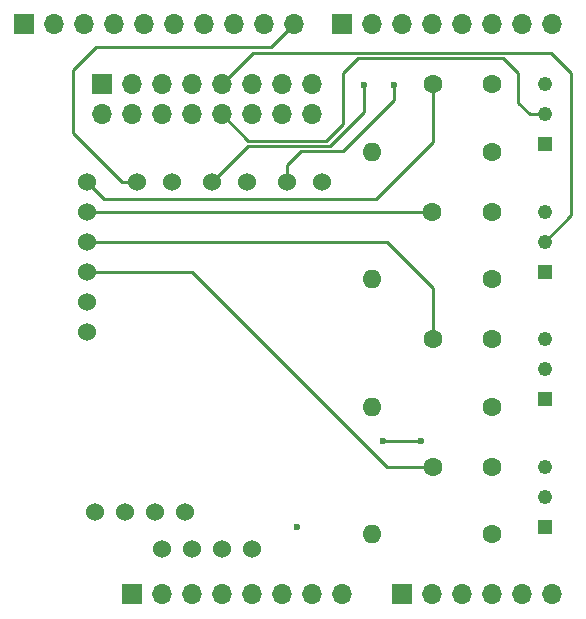
<source format=gbr>
%TF.GenerationSoftware,KiCad,Pcbnew,(7.0.0)*%
%TF.CreationDate,2023-09-07T10:01:15-05:00*%
%TF.ProjectId,AcousticSensor,41636f75-7374-4696-9353-656e736f722e,rev?*%
%TF.SameCoordinates,Original*%
%TF.FileFunction,Copper,L4,Bot*%
%TF.FilePolarity,Positive*%
%FSLAX46Y46*%
G04 Gerber Fmt 4.6, Leading zero omitted, Abs format (unit mm)*
G04 Created by KiCad (PCBNEW (7.0.0)) date 2023-09-07 10:01:15*
%MOMM*%
%LPD*%
G01*
G04 APERTURE LIST*
%TA.AperFunction,ComponentPad*%
%ADD10R,1.700000X1.700000*%
%TD*%
%TA.AperFunction,ComponentPad*%
%ADD11O,1.700000X1.700000*%
%TD*%
%TA.AperFunction,ComponentPad*%
%ADD12C,1.524000*%
%TD*%
%TA.AperFunction,ComponentPad*%
%ADD13R,1.218000X1.218000*%
%TD*%
%TA.AperFunction,ComponentPad*%
%ADD14C,1.218000*%
%TD*%
%TA.AperFunction,ComponentPad*%
%ADD15C,1.600000*%
%TD*%
%TA.AperFunction,ComponentPad*%
%ADD16O,1.600000X1.600000*%
%TD*%
%TA.AperFunction,ViaPad*%
%ADD17C,0.600000*%
%TD*%
%TA.AperFunction,Conductor*%
%ADD18C,0.250000*%
%TD*%
G04 APERTURE END LIST*
D10*
%TO.P,JP3,1,Pin_1*%
%TO.N,unconnected-(JP3-Pin_1-Pad1)*%
X127939999Y-97459999D03*
D11*
%TO.P,JP3,2,Pin_2*%
%TO.N,/IOREF*%
X130479999Y-97459999D03*
%TO.P,JP3,3,Pin_3*%
%TO.N,/RST*%
X133019999Y-97459999D03*
%TO.P,JP3,4,Pin_4*%
%TO.N,+3V3*%
X135559999Y-97459999D03*
%TO.P,JP3,5,Pin_5*%
%TO.N,+5V*%
X138099999Y-97459999D03*
%TO.P,JP3,6,Pin_6*%
%TO.N,GND*%
X140639999Y-97459999D03*
%TO.P,JP3,7,Pin_7*%
X143179999Y-97459999D03*
%TO.P,JP3,8,Pin_8*%
%TO.N,VCC*%
X145719999Y-97459999D03*
%TD*%
D10*
%TO.P,JP4,1,Pin_1*%
%TO.N,/A0*%
X150799999Y-97459999D03*
D11*
%TO.P,JP4,2,Pin_2*%
%TO.N,/A1*%
X153339999Y-97459999D03*
%TO.P,JP4,3,Pin_3*%
%TO.N,/A2*%
X155879999Y-97459999D03*
%TO.P,JP4,4,Pin_4*%
%TO.N,/A3*%
X158419999Y-97459999D03*
%TO.P,JP4,5,Pin_5*%
%TO.N,/A4*%
X160959999Y-97459999D03*
%TO.P,JP4,6,Pin_6*%
%TO.N,/A5*%
X163499999Y-97459999D03*
%TD*%
%TO.P,JP2,10,Pin_10*%
%TO.N,Record*%
X141655999Y-49199999D03*
%TO.P,JP2,9,Pin_9*%
%TO.N,/\u002AD9*%
X139115999Y-49199999D03*
%TO.P,JP2,8,Pin_8*%
%TO.N,/SPI_CS{slash}D10*%
X136575999Y-49199999D03*
%TO.P,JP2,7,Pin_7*%
%TO.N,/SPI_MOSI{slash}D11*%
X134035999Y-49199999D03*
%TO.P,JP2,6,Pin_6*%
%TO.N,/SPI_MISO{slash}D12*%
X131495999Y-49199999D03*
%TO.P,JP2,5,Pin_5*%
%TO.N,/SPI_SCK{slash}D13*%
X128955999Y-49199999D03*
%TO.P,JP2,4,Pin_4*%
%TO.N,GND*%
X126415999Y-49199999D03*
%TO.P,JP2,3,Pin_3*%
%TO.N,/AREF*%
X123875999Y-49199999D03*
%TO.P,JP2,2,Pin_2*%
%TO.N,SDA*%
X121335999Y-49199999D03*
D10*
%TO.P,JP2,1,Pin_1*%
%TO.N,SCL*%
X118795999Y-49199999D03*
%TD*%
%TO.P,JP13,1,Pin_1*%
%TO.N,Gain*%
X145719999Y-49199999D03*
D11*
%TO.P,JP13,2,Pin_2*%
%TO.N,/\u002AD6*%
X148259999Y-49199999D03*
%TO.P,JP13,3,Pin_3*%
%TO.N,/\u002AD5*%
X150799999Y-49199999D03*
%TO.P,JP13,4,Pin_4*%
%TO.N,Aux*%
X153339999Y-49199999D03*
%TO.P,JP13,5,Pin_5*%
%TO.N,/\u002AD3*%
X155879999Y-49199999D03*
%TO.P,JP13,6,Pin_6*%
%TO.N,/D2*%
X158419999Y-49199999D03*
%TO.P,JP13,7,Pin_7*%
%TO.N,/TX{slash}D1*%
X160959999Y-49199999D03*
%TO.P,JP13,8,Pin_8*%
%TO.N,/RX{slash}D0*%
X163499999Y-49199999D03*
%TD*%
D12*
%TO.P,REF\u002A\u002A,1*%
%TO.N,Net-(M1-1)*%
X124130000Y-62535000D03*
%TO.P,REF\u002A\u002A,2*%
%TO.N,Net-(M2-1)*%
X124130000Y-65075000D03*
%TO.P,REF\u002A\u002A,3*%
%TO.N,Net-(M3-1)*%
X124130000Y-67615000D03*
%TO.P,REF\u002A\u002A,4*%
%TO.N,Net-(M4-1)*%
X124130000Y-70155000D03*
%TO.P,REF\u002A\u002A,5*%
%TO.N,GNDA*%
X124130000Y-72695000D03*
%TO.P,REF\u002A\u002A,6*%
X124130000Y-75235000D03*
%TD*%
%TO.P,U2,1,Vin*%
%TO.N,+3V3*%
X130480000Y-93650000D03*
%TO.P,U2,2,SCL*%
%TO.N,SCL*%
X133020000Y-93650000D03*
%TO.P,U2,3,SDA*%
%TO.N,SDA*%
X135560000Y-93650000D03*
%TO.P,U2,4,GND*%
%TO.N,GND*%
X138100000Y-93650000D03*
%TD*%
%TO.P,U1,1,Vin*%
%TO.N,+3V3*%
X124765000Y-90475000D03*
%TO.P,U1,2,GND*%
%TO.N,GND*%
X127305000Y-90475000D03*
%TO.P,U1,3,SCL*%
%TO.N,SCL*%
X129845000Y-90475000D03*
%TO.P,U1,4,SDA*%
%TO.N,SDA*%
X132385000Y-90475000D03*
%TD*%
D13*
%TO.P,VR4,1*%
%TO.N,GND*%
X162864999Y-91744999D03*
D14*
%TO.P,VR4,2*%
%TO.N,Mic D*%
X162865000Y-89205000D03*
%TO.P,VR4,3*%
%TO.N,Net-(C4-Pad2)*%
X162865000Y-86665000D03*
%TD*%
D13*
%TO.P,VR3,1*%
%TO.N,GND*%
X162864999Y-80949999D03*
D14*
%TO.P,VR3,2*%
%TO.N,Mic C*%
X162865000Y-78410000D03*
%TO.P,VR3,3*%
%TO.N,Net-(C3-Pad2)*%
X162865000Y-75870000D03*
%TD*%
D13*
%TO.P,VR2,1*%
%TO.N,GND*%
X162864999Y-70154999D03*
D14*
%TO.P,VR2,2*%
%TO.N,Mic B*%
X162865000Y-67615000D03*
%TO.P,VR2,3*%
%TO.N,Net-(C2-Pad2)*%
X162865000Y-65075000D03*
%TD*%
D13*
%TO.P,VR1,1*%
%TO.N,GND*%
X162864999Y-59359999D03*
D14*
%TO.P,VR1,2*%
%TO.N,Mic A*%
X162865000Y-56820000D03*
%TO.P,VR1,3*%
%TO.N,Net-(C1-Pad1)*%
X162865000Y-54280000D03*
%TD*%
D12*
%TO.P,SW1,1,1*%
%TO.N,Aux*%
X141045000Y-62535000D03*
%TO.P,SW1,2,2*%
%TO.N,GND*%
X144045000Y-62535000D03*
%TD*%
D15*
%TO.P,R4,1*%
%TO.N,Net-(M4-1)*%
X158420000Y-92380000D03*
D16*
%TO.P,R4,2*%
%TO.N,Bias D*%
X148259999Y-92379999D03*
%TD*%
D15*
%TO.P,R3,1*%
%TO.N,Net-(M3-1)*%
X158420000Y-81585000D03*
D16*
%TO.P,R3,2*%
%TO.N,Bias C*%
X148259999Y-81584999D03*
%TD*%
%TO.P,R2,2*%
%TO.N,Bias B*%
X148259999Y-70789999D03*
D15*
%TO.P,R2,1*%
%TO.N,Net-(M2-1)*%
X158420000Y-70790000D03*
%TD*%
D16*
%TO.P,R1,2*%
%TO.N,Bias A*%
X148259999Y-59994999D03*
D15*
%TO.P,R1,1*%
%TO.N,Net-(M1-1)*%
X158420000Y-59995000D03*
%TD*%
D11*
%TO.P,JP10,16,Pin_16*%
%TO.N,/DMIC_CLK*%
X143179999Y-56819999D03*
%TO.P,JP10,15,Pin_15*%
%TO.N,unconnected-(JP10-Pin_15-Pad15)*%
X143179999Y-54279999D03*
%TO.P,JP10,14,Pin_14*%
%TO.N,GNDA*%
X140639999Y-56819999D03*
%TO.P,JP10,13,Pin_13*%
X140639999Y-54279999D03*
%TO.P,JP10,12,Pin_12*%
%TO.N,Bias A*%
X138099999Y-56819999D03*
%TO.P,JP10,11,Pin_11*%
%TO.N,Bias B*%
X138099999Y-54279999D03*
%TO.P,JP10,10,Pin_10*%
%TO.N,Mic A*%
X135559999Y-56819999D03*
%TO.P,JP10,9,Pin_9*%
%TO.N,Mic B*%
X135559999Y-54279999D03*
%TO.P,JP10,8,Pin_8*%
%TO.N,GNDA*%
X133019999Y-56819999D03*
%TO.P,JP10,7,Pin_7*%
X133019999Y-54279999D03*
%TO.P,JP10,6,Pin_6*%
%TO.N,Bias C*%
X130479999Y-56819999D03*
%TO.P,JP10,5,Pin_5*%
%TO.N,Bias D*%
X130479999Y-54279999D03*
%TO.P,JP10,4,Pin_4*%
%TO.N,Mic C*%
X127939999Y-56819999D03*
%TO.P,JP10,3,Pin_3*%
%TO.N,Mic D*%
X127939999Y-54279999D03*
%TO.P,JP10,2,Pin_2*%
%TO.N,/UART_SEL*%
X125399999Y-56819999D03*
D10*
%TO.P,JP10,1,Pin_1*%
%TO.N,GND*%
X125399999Y-54279999D03*
%TD*%
D15*
%TO.P,C4,1*%
%TO.N,Net-(M4-1)*%
X153420000Y-86665000D03*
%TO.P,C4,2*%
%TO.N,Net-(C4-Pad2)*%
X158420000Y-86665000D03*
%TD*%
%TO.P,C3,1*%
%TO.N,Net-(M3-1)*%
X153420000Y-75870000D03*
%TO.P,C3,2*%
%TO.N,Net-(C3-Pad2)*%
X158420000Y-75870000D03*
%TD*%
%TO.P,C2,2*%
%TO.N,Net-(C2-Pad2)*%
X158380000Y-65075000D03*
%TO.P,C2,1*%
%TO.N,Net-(M2-1)*%
X153380000Y-65075000D03*
%TD*%
%TO.P,C1,1*%
%TO.N,Net-(C1-Pad1)*%
X158420000Y-54280000D03*
%TO.P,C1,2*%
%TO.N,Net-(M1-1)*%
X153420000Y-54280000D03*
%TD*%
D12*
%TO.P,B2,2,2*%
%TO.N,GND*%
X137695000Y-62535000D03*
%TO.P,B2,1,1*%
%TO.N,Gain*%
X134695000Y-62535000D03*
%TD*%
%TO.P,B1,1,1*%
%TO.N,Record*%
X128345000Y-62535000D03*
%TO.P,B1,2,2*%
%TO.N,GND*%
X131345000Y-62535000D03*
%TD*%
D17*
%TO.N,Aux*%
X150114000Y-54356000D03*
%TO.N,Gain*%
X147574000Y-54356000D03*
%TO.N,Mic C*%
X149225000Y-84455000D03*
X152400000Y-84455000D03*
%TO.N,GND*%
X141910000Y-91745000D03*
%TD*%
D18*
%TO.N,Aux*%
X145785000Y-59955000D02*
X150114000Y-55626000D01*
X141045000Y-61139000D02*
X142229000Y-59955000D01*
X142229000Y-59955000D02*
X145785000Y-59955000D01*
X141045000Y-62535000D02*
X141045000Y-61139000D01*
X150114000Y-55626000D02*
X150114000Y-54356000D01*
%TO.N,Gain*%
X144711000Y-59505000D02*
X147574000Y-56642000D01*
X137725000Y-59505000D02*
X144711000Y-59505000D01*
X134695000Y-62535000D02*
X137725000Y-59505000D01*
X147574000Y-56642000D02*
X147574000Y-54356000D01*
%TO.N,Mic A*%
X137795000Y-59055000D02*
X135560000Y-56820000D01*
X144399000Y-59055000D02*
X137795000Y-59055000D01*
X145796000Y-53340000D02*
X145796000Y-57658000D01*
X145796000Y-57658000D02*
X144399000Y-59055000D01*
X159385000Y-52070000D02*
X147066000Y-52070000D01*
X147066000Y-52070000D02*
X145796000Y-53340000D01*
X160655000Y-53340000D02*
X159385000Y-52070000D01*
X160655000Y-55880000D02*
X160655000Y-53340000D01*
X161595000Y-56820000D02*
X160655000Y-55880000D01*
X162865000Y-56820000D02*
X161595000Y-56820000D01*
%TO.N,Record*%
X139686000Y-51170000D02*
X141656000Y-49200000D01*
X122936000Y-58420000D02*
X122936000Y-53086000D01*
X122936000Y-53086000D02*
X124852000Y-51170000D01*
X127051000Y-62535000D02*
X122936000Y-58420000D01*
X128345000Y-62535000D02*
X127051000Y-62535000D01*
X124852000Y-51170000D02*
X139686000Y-51170000D01*
%TO.N,Net-(M1-1)*%
X153420000Y-59178000D02*
X153420000Y-54280000D01*
X125603000Y-64008000D02*
X148590000Y-64008000D01*
X124130000Y-62535000D02*
X125603000Y-64008000D01*
X148590000Y-64008000D02*
X153420000Y-59178000D01*
%TO.N,Mic C*%
X152400000Y-84455000D02*
X149225000Y-84455000D01*
%TO.N,Mic B*%
X163380000Y-51620000D02*
X138220000Y-51620000D01*
X138220000Y-51620000D02*
X135560000Y-54280000D01*
X165100000Y-53340000D02*
X163380000Y-51620000D01*
X165100000Y-65380000D02*
X165100000Y-53340000D01*
X162865000Y-67615000D02*
X165100000Y-65380000D01*
%TO.N,Net-(M4-1)*%
X149530000Y-86665000D02*
X153420000Y-86665000D01*
X133020000Y-70155000D02*
X149530000Y-86665000D01*
X124130000Y-70155000D02*
X133020000Y-70155000D01*
%TO.N,Net-(M3-1)*%
X153420000Y-71505000D02*
X153420000Y-75870000D01*
X124130000Y-67615000D02*
X149530000Y-67615000D01*
X149530000Y-67615000D02*
X153420000Y-71505000D01*
%TO.N,Net-(M2-1)*%
X124130000Y-65075000D02*
X153380000Y-65075000D01*
%TD*%
M02*

</source>
